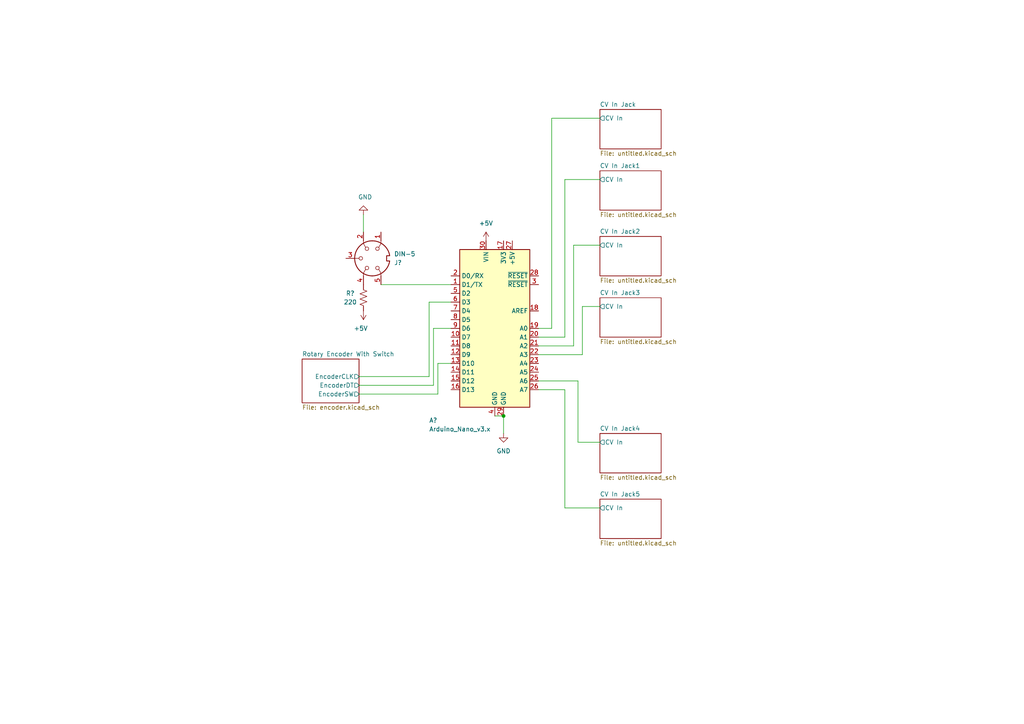
<source format=kicad_sch>
(kicad_sch (version 20211123) (generator eeschema)
  (paper "A4")
  (lib_symbols
    (symbol "Connector:DIN-5" (pin_names (offset 1.016))
      (property "Reference" "J" (at 3.175 5.715 0))
      (property "Value" "DIN-5" (at 0 -6.35 0))
      (symbol "DIN-5_0_1"
        (arc (start -5.08 0) (mid -3.8609 -3.3364) (end -0.762 -5.08) (stroke (width 0.254)))
        (circle (center -2.794 -1.524) (radius 0.508))
        (circle (center -2.794 1.524) (radius 0.508))
        (polyline (pts (xy 0 5.08) (xy 0 3.81)))
        (polyline (pts (xy -5.08 -2.54) (xy -4.318 -2.54) (xy -3.175 -1.905)))
        (polyline (pts (xy -5.08 2.54) (xy -4.318 2.54) (xy -3.175 1.905)))
        (polyline (pts (xy 5.08 -2.54) (xy 4.318 -2.54) (xy 3.175 -1.905)))
        (polyline (pts (xy 5.08 2.54) (xy 4.318 2.54) (xy 3.175 1.905)))
        (polyline (pts (xy -0.762 -4.953) (xy -0.762 -4.191) (xy 0.762 -4.191) (xy 0.762 -4.953)) (stroke (width 0.254)))
        (circle (center 0 3.302) (radius 0.508))
        (arc (start 0.762 -5.08) (mid 3.8685 -3.343) (end 5.08 0) (stroke (width 0.254)))
        (circle (center 2.794 -1.524) (radius 0.508))
        (circle (center 2.794 1.524) (radius 0.508))
        (arc (start 5.08 0) (mid 0 5.08) (end -5.08 0) (stroke (width 0.254)))
      )
      (symbol "DIN-5_1_1"
        (pin passive line (at -7.62 -2.54 0) (length 2.54) (name "~") (number "1"))
        (pin passive line (at -7.62 2.54 0) (length 2.54) (name "~") (number "2"))
        (pin passive line (at 0 7.62 270) (length 2.54) (name "~") (number "3"))
        (pin passive line (at 7.62 2.54 180) (length 2.54) (name "~") (number "4"))
        (pin passive line (at 7.62 -2.54 180) (length 2.54) (name "~") (number "5"))
      )
    )
    (symbol "Device:R_US" (pin_numbers hide) (pin_names (offset 0))
      (property "Reference" "R" (at 2.54 0 90))
      (property "Value" "R_US" (at -2.54 0 90))
      (symbol "R_US_0_1"
        (polyline (pts (xy 0 -2.286) (xy 0 -2.54)))
        (polyline (pts (xy 0 2.286) (xy 0 2.54)))
        (polyline (pts (xy 0 -0.762) (xy 1.016 -1.143) (xy 0 -1.524) (xy -1.016 -1.905) (xy 0 -2.286)))
        (polyline (pts (xy 0 0.762) (xy 1.016 0.381) (xy 0 0) (xy -1.016 -0.381) (xy 0 -0.762)))
        (polyline (pts (xy 0 2.286) (xy 1.016 1.905) (xy 0 1.524) (xy -1.016 1.143) (xy 0 0.762)))
      )
      (symbol "R_US_1_1"
        (pin passive line (at 0 3.81 270) (length 1.27) (name "~") (number "1"))
        (pin passive line (at 0 -3.81 90) (length 1.27) (name "~") (number "2"))
      )
    )
    (symbol "MCU_Module:Arduino_Nano_v3.x"
      (property "Reference" "A" (at -10.16 23.495 0))
      (property "Value" "Arduino_Nano_v3.x" (at 5.08 -24.13 0))
      (symbol "Arduino_Nano_v3.x_0_1"
        (rectangle (start -10.16 22.86) (end 10.16 -22.86) (stroke (width 0.254)) (fill (type background)))
      )
      (symbol "Arduino_Nano_v3.x_1_1"
        (pin bidirectional line (at -12.7 12.7 0) (length 2.54) (name "D1/TX") (number "1"))
        (pin bidirectional line (at -12.7 -2.54 0) (length 2.54) (name "D7") (number "10"))
        (pin bidirectional line (at -12.7 -5.08 0) (length 2.54) (name "D8") (number "11"))
        (pin bidirectional line (at -12.7 -7.62 0) (length 2.54) (name "D9") (number "12"))
        (pin bidirectional line (at -12.7 -10.16 0) (length 2.54) (name "D10") (number "13"))
        (pin bidirectional line (at -12.7 -12.7 0) (length 2.54) (name "D11") (number "14"))
        (pin bidirectional line (at -12.7 -15.24 0) (length 2.54) (name "D12") (number "15"))
        (pin bidirectional line (at -12.7 -17.78 0) (length 2.54) (name "D13") (number "16"))
        (pin power_out line (at 2.54 25.4 270) (length 2.54) (name "3V3") (number "17"))
        (pin input line (at 12.7 5.08 180) (length 2.54) (name "AREF") (number "18"))
        (pin bidirectional line (at 12.7 0 180) (length 2.54) (name "A0") (number "19"))
        (pin bidirectional line (at -12.7 15.24 0) (length 2.54) (name "D0/RX") (number "2"))
        (pin bidirectional line (at 12.7 -2.54 180) (length 2.54) (name "A1") (number "20"))
        (pin bidirectional line (at 12.7 -5.08 180) (length 2.54) (name "A2") (number "21"))
        (pin bidirectional line (at 12.7 -7.62 180) (length 2.54) (name "A3") (number "22"))
        (pin bidirectional line (at 12.7 -10.16 180) (length 2.54) (name "A4") (number "23"))
        (pin bidirectional line (at 12.7 -12.7 180) (length 2.54) (name "A5") (number "24"))
        (pin bidirectional line (at 12.7 -15.24 180) (length 2.54) (name "A6") (number "25"))
        (pin bidirectional line (at 12.7 -17.78 180) (length 2.54) (name "A7") (number "26"))
        (pin power_out line (at 5.08 25.4 270) (length 2.54) (name "+5V") (number "27"))
        (pin input line (at 12.7 15.24 180) (length 2.54) (name "~{RESET}") (number "28"))
        (pin power_in line (at 2.54 -25.4 90) (length 2.54) (name "GND") (number "29"))
        (pin input line (at 12.7 12.7 180) (length 2.54) (name "~{RESET}") (number "3"))
        (pin power_in line (at -2.54 25.4 270) (length 2.54) (name "VIN") (number "30"))
        (pin power_in line (at 0 -25.4 90) (length 2.54) (name "GND") (number "4"))
        (pin bidirectional line (at -12.7 10.16 0) (length 2.54) (name "D2") (number "5"))
        (pin bidirectional line (at -12.7 7.62 0) (length 2.54) (name "D3") (number "6"))
        (pin bidirectional line (at -12.7 5.08 0) (length 2.54) (name "D4") (number "7"))
        (pin bidirectional line (at -12.7 2.54 0) (length 2.54) (name "D5") (number "8"))
        (pin bidirectional line (at -12.7 0 0) (length 2.54) (name "D6") (number "9"))
      )
    )
    (symbol "power:+5V" (power) (pin_names (offset 0))
      (property "Value" "+5V" (at 0 3.556 0))
      (symbol "+5V_0_1"
        (polyline (pts (xy -0.762 1.27) (xy 0 2.54)))
        (polyline (pts (xy 0 0) (xy 0 2.54)))
        (polyline (pts (xy 0 2.54) (xy 0.762 1.27)))
      )
      (symbol "+5V_1_1"
        (pin power_in line (at 0 0 90) (length 0) hide (name "+5V") (number "1"))
      )
    )
    (symbol "power:GND" (power) (pin_names (offset 0))
      (property "Value" "GND" (at 0 -3.81 0))
      (symbol "GND_0_1"
        (polyline (pts (xy 0 0) (xy 0 -1.27) (xy 1.27 -1.27) (xy 0 -2.54) (xy -1.27 -1.27) (xy 0 -1.27)))
      )
      (symbol "GND_1_1"
        (pin power_in line (at 0 0 270) (length 0) hide (name "GND") (number "1"))
      )
    )
  )
  (junction (at 146.05 120.65))
  (wire (pts (xy 167.64 128.27) (xy 167.64 110.49)))
  (wire (pts (xy 168.91 88.9) (xy 173.99 88.9)))
  (wire (pts (xy 167.64 110.49) (xy 156.21 110.49)))
  (wire (pts (xy 173.99 34.29) (xy 160.02 34.29)))
  (wire (pts (xy 166.37 71.12) (xy 166.37 100.33)))
  (wire (pts (xy 163.83 147.32) (xy 173.99 147.32)))
  (wire (pts (xy 127 105.41) (xy 130.81 105.41)))
  (wire (pts (xy 124.46 87.63) (xy 130.81 87.63)))
  (wire (pts (xy 163.83 52.07) (xy 163.83 97.79)))
  (wire (pts (xy 163.83 113.03) (xy 163.83 147.32)))
  (wire (pts (xy 146.05 125.73) (xy 146.05 120.65)))
  (wire (pts (xy 125.73 95.25) (xy 130.81 95.25)))
  (wire (pts (xy 168.91 102.87) (xy 168.91 88.9)))
  (wire (pts (xy 127 114.3) (xy 127 105.41)))
  (wire (pts (xy 104.14 111.76) (xy 125.73 111.76)))
  (wire (pts (xy 166.37 100.33) (xy 156.21 100.33)))
  (wire (pts (xy 163.83 97.79) (xy 156.21 97.79)))
  (wire (pts (xy 143.51 120.65) (xy 146.05 120.65)))
  (wire (pts (xy 173.99 52.07) (xy 163.83 52.07)))
  (wire (pts (xy 104.14 109.22) (xy 124.46 109.22)))
  (wire (pts (xy 124.46 109.22) (xy 124.46 87.63)))
  (wire (pts (xy 156.21 113.03) (xy 163.83 113.03)))
  (wire (pts (xy 156.21 102.87) (xy 168.91 102.87)))
  (wire (pts (xy 104.14 114.3) (xy 127 114.3)))
  (wire (pts (xy 105.41 62.23) (xy 105.41 67.31)))
  (wire (pts (xy 173.99 128.27) (xy 167.64 128.27)))
  (wire (pts (xy 173.99 71.12) (xy 166.37 71.12)))
  (wire (pts (xy 160.02 34.29) (xy 160.02 95.25)))
  (wire (pts (xy 125.73 111.76) (xy 125.73 95.25)))
  (wire (pts (xy 110.49 82.55) (xy 130.81 82.55)))
  (wire (pts (xy 160.02 95.25) (xy 156.21 95.25)))
  (symbol (lib_id "power:GND") (at 105.41 62.23 180) (unit 1)
    (property "Reference" "#PWR?" (effects hide))
    (property "Value" "GND" (at 107.95 57.15 0) (effects (justify left)))
  )
  (symbol (lib_id "Device:R_US") (at 105.41 86.36 0) (unit 1)
    (property "Reference" "R?" (at 101.6 85.09 0))
    (property "Value" "220" (at 101.6 87.63 0))
  )
  (symbol (lib_id "MCU_Module:Arduino_Nano_v3.x") (at 143.51 95.25 0) (unit 1)
    (property "Reference" "A?" (at 124.46 121.92 0) (effects (justify left)))
    (property "Value" "Arduino_Nano_v3.x" (at 124.46 124.46 0) (effects (justify left)))
    (property "Footprint" "Module:Arduino_Nano" (effects hide))
    (property "Datasheet" "http://www.mouser.com/pdfdocs/Gravitech_Arduino_Nano3_0.pdf" (effects hide))
  )
  (symbol (lib_id "power:+5V") (at 140.97 69.85 0) (unit 1)
    (property "Reference" "#PWR?" (effects hide))
    (property "Value" "+5V" (at 140.97 64.77 0))
  )
  (symbol (lib_id "power:GND") (at 146.05 125.73 0) (unit 1)
    (property "Reference" "#PWR?" (effects hide))
    (property "Value" "GND" (at 146.05 130.81 0))
  )
  (symbol (lib_id "power:+5V") (at 105.41 90.17 180) (unit 1)
    (property "Reference" "#PWR?" (effects hide))
    (property "Value" "+5V" (at 106.68 95.25 0) (effects (justify left)))
  )
  (symbol (lib_id "Connector:DIN-5") (at 107.95 74.93 90) (mirror x) (unit 1)
    (property "Reference" "J?" (at 114.3 76.2002 90) (effects (justify right)))
    (property "Value" "DIN-5" (at 114.3 73.6602 90) (effects (justify right)))
    (property "Datasheet" "http://www.mouser.com/ds/2/18/40_c091_abd_e-75918.pdf" (effects hide))
  )
  (sheet (at 173.99 125.73) (size 17.78 11.43) (stroke (width 0.1524))
    (property "Sheet name" "CV In Jack4" (at 173.99 125.0184 0) (effects (justify left bottom)))
    (property "Sheet file" "untitled.kicad_sch" (at 173.99 137.7446 0) (effects (justify left top)))
    (pin "CV In" output (at 173.99 128.27 180))
  )
  (sheet (at 173.99 144.78) (size 17.78 11.43) (stroke (width 0.1524))
    (property "Sheet name" "CV In Jack5" (at 173.99 144.0684 0) (effects (justify left bottom)))
    (property "Sheet file" "untitled.kicad_sch" (at 173.99 156.7946 0) (effects (justify left top)))
    (pin "CV In" output (at 173.99 147.32 180))
  )
  (sheet (at 173.99 68.58) (size 17.78 11.43) (stroke (width 0.1524))
    (property "Sheet name" "CV In Jack2" (at 173.99 67.8684 0) (effects (justify left bottom)))
    (property "Sheet file" "untitled.kicad_sch" (at 173.99 80.5946 0) (effects (justify left top)))
    (pin "CV In" output (at 173.99 71.12 180))
  )
  (sheet (at 173.99 31.75) (size 17.78 11.43) (stroke (width 0.1524))
    (property "Sheet name" "CV In Jack" (at 173.99 31.0384 0) (effects (justify left bottom)))
    (property "Sheet file" "untitled.kicad_sch" (at 173.99 43.7646 0) (effects (justify left top)))
    (pin "CV In" output (at 173.99 34.29 180))
  )
  (sheet (at 173.99 86.36) (size 17.78 11.43) (stroke (width 0.1524))
    (property "Sheet name" "CV In Jack3" (at 173.99 85.6484 0) (effects (justify left bottom)))
    (property "Sheet file" "untitled.kicad_sch" (at 173.99 98.3746 0) (effects (justify left top)))
    (pin "CV In" output (at 173.99 88.9 180))
  )
  (sheet (at 87.63 104.14) (size 16.51 12.7) (stroke (width 0.1524))
    (property "Sheet name" "Rotary Encoder With Switch" (at 87.63 103.4284 0) (effects (justify left bottom)))
    (property "Sheet file" "encoder.kicad_sch" (at 87.63 117.4246 0) (effects (justify left top)))
    (pin "EncoderSW" output (at 104.14 114.3 0))
    (pin "EncoderDT" output (at 104.14 111.76 0))
    (pin "EncoderCLK" output (at 104.14 109.22 0))
  )
  (sheet (at 173.99 49.53) (size 17.78 11.43) (stroke (width 0.1524))
    (property "Sheet name" "CV In Jack1" (at 173.99 48.8184 0) (effects (justify left bottom)))
    (property "Sheet file" "untitled.kicad_sch" (at 173.99 61.5446 0) (effects (justify left top)))
    (pin "CV In" output (at 173.99 52.07 180))
  )
)
</source>
